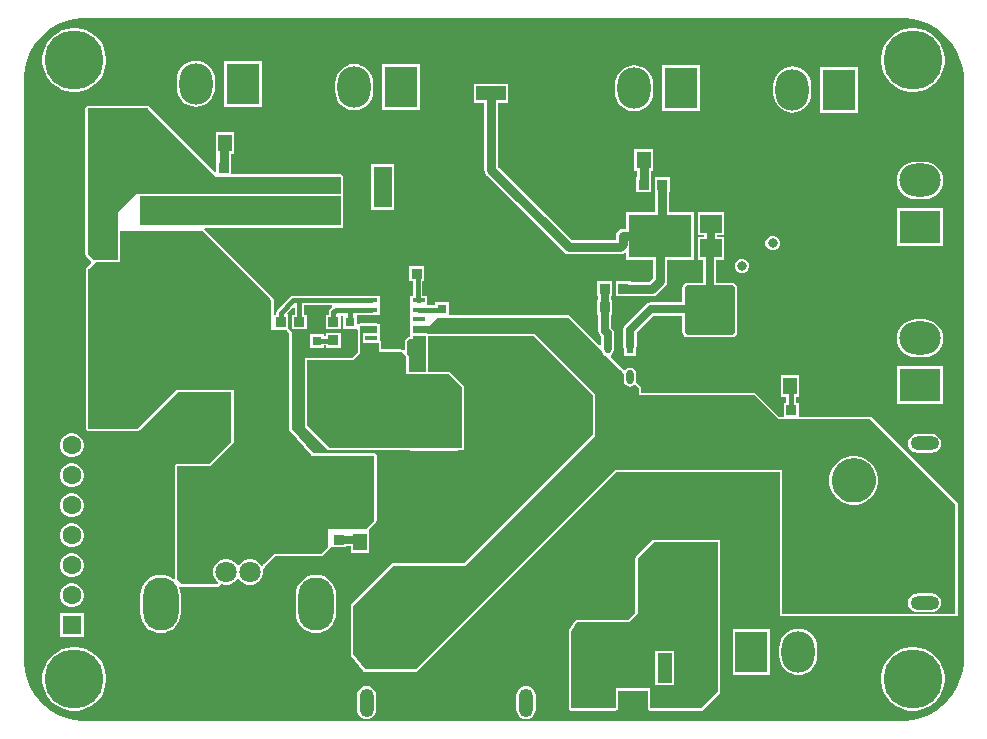
<source format=gbr>
%TF.GenerationSoftware,Altium Limited,Altium Designer,22.5.1 (42)*%
G04 Layer_Physical_Order=1*
G04 Layer_Color=255*
%FSLAX44Y44*%
%MOMM*%
%TF.SameCoordinates,01627914-4FCA-44A5-8146-F6A238B5A28C*%
%TF.FilePolarity,Positive*%
%TF.FileFunction,Copper,L1,Top,Signal*%
%TF.Part,Single*%
G01*
G75*
%TA.AperFunction,SMDPad,CuDef*%
%ADD10R,1.1600X1.4700*%
%ADD11R,1.0000X0.4000*%
%ADD12R,2.6000X3.0000*%
%ADD13R,1.0000X1.6000*%
%ADD14R,0.8000X0.8000*%
%ADD15R,0.8500X0.8500*%
%ADD16O,0.6000X1.2000*%
%ADD17R,0.6000X1.2000*%
%ADD18R,0.8500X0.8500*%
G04:AMPARAMS|DCode=19|XSize=4.2mm|YSize=4.2mm|CornerRadius=0.21mm|HoleSize=0mm|Usage=FLASHONLY|Rotation=270.000|XOffset=0mm|YOffset=0mm|HoleType=Round|Shape=RoundedRectangle|*
%AMROUNDEDRECTD19*
21,1,4.2000,3.7800,0,0,270.0*
21,1,3.7800,4.2000,0,0,270.0*
1,1,0.4200,-1.8900,-1.8900*
1,1,0.4200,-1.8900,1.8900*
1,1,0.4200,1.8900,1.8900*
1,1,0.4200,1.8900,-1.8900*
%
%ADD19ROUNDEDRECTD19*%
%ADD20R,1.8500X1.5000*%
%ADD21R,5.3500X3.6000*%
%ADD22R,1.5500X1.1000*%
%ADD23R,1.5500X1.1000*%
%ADD24R,1.5500X3.4500*%
%ADD25R,0.8000X0.8000*%
%ADD26R,1.6000X1.0000*%
%ADD27R,3.6000X5.3500*%
%ADD28R,1.5000X1.8500*%
%ADD29C,2.0000*%
%TA.AperFunction,Conductor*%
%ADD30C,0.3810*%
%ADD31C,0.8000*%
%ADD32C,0.7000*%
%TA.AperFunction,ComponentPad*%
%ADD33C,5.0000*%
G04:AMPARAMS|DCode=34|XSize=1.6mm|YSize=1.6mm|CornerRadius=0mm|HoleSize=0mm|Usage=FLASHONLY|Rotation=90.000|XOffset=0mm|YOffset=0mm|HoleType=Round|Shape=Octagon|*
%AMOCTAGOND34*
4,1,8,0.4000,0.8000,-0.4000,0.8000,-0.8000,0.4000,-0.8000,-0.4000,-0.4000,-0.8000,0.4000,-0.8000,0.8000,-0.4000,0.8000,0.4000,0.4000,0.8000,0.0*
%
%ADD34OCTAGOND34*%

%ADD35O,3.5000X2.8000*%
%ADD36R,3.5000X2.8000*%
%ADD37O,2.8000X3.5000*%
%ADD38R,2.8000X3.5000*%
%ADD39C,1.8000*%
%ADD40R,1.8000X1.8000*%
%ADD41O,3.0000X4.5000*%
%ADD42C,3.7160*%
%ADD43R,3.7160X3.7160*%
%ADD44O,1.2000X2.4000*%
%ADD45R,1.2000X2.5000*%
%ADD46R,2.5000X1.2000*%
%ADD47R,3.7160X3.7160*%
%ADD48O,2.4000X1.2000*%
%ADD49C,1.6000*%
%ADD50R,1.6000X1.6000*%
%TA.AperFunction,ViaPad*%
%ADD51C,0.8000*%
%ADD52C,1.2700*%
G36*
X355354Y297055D02*
X362060Y295258D01*
X368474Y292601D01*
X374487Y289130D01*
X379994Y284904D01*
X384904Y279994D01*
X389130Y274487D01*
X392601Y268474D01*
X395258Y262060D01*
X397055Y255354D01*
X397961Y248471D01*
Y245000D01*
X397961Y-245000D01*
X397961Y-248471D01*
X397055Y-255354D01*
X395258Y-262060D01*
X392601Y-268474D01*
X389130Y-274487D01*
X384904Y-279994D01*
X379994Y-284904D01*
X374487Y-289130D01*
X368474Y-292601D01*
X362060Y-295258D01*
X355354Y-297055D01*
X348471Y-297961D01*
X-348471D01*
X-355354Y-297055D01*
X-362060Y-295258D01*
X-368474Y-292601D01*
X-374487Y-289130D01*
X-379994Y-284904D01*
X-384904Y-279994D01*
X-389130Y-274487D01*
X-392601Y-268474D01*
X-395258Y-262060D01*
X-397055Y-255354D01*
X-397961Y-248471D01*
X-397961Y-245000D01*
Y245000D01*
X-397961Y248471D01*
X-397055Y255354D01*
X-395258Y262060D01*
X-392601Y268474D01*
X-389130Y274487D01*
X-384904Y279994D01*
X-379994Y284904D01*
X-374487Y289130D01*
X-368474Y292601D01*
X-362060Y295258D01*
X-355354Y297055D01*
X-348471Y297961D01*
X348471D01*
X355354Y297055D01*
D02*
G37*
%LPC*%
G36*
X357125Y289000D02*
X352875D01*
X348677Y288335D01*
X344636Y287022D01*
X340849Y285093D01*
X337411Y282595D01*
X334406Y279589D01*
X331908Y276151D01*
X329978Y272364D01*
X328665Y268323D01*
X328000Y264125D01*
Y259875D01*
X328665Y255678D01*
X329978Y251636D01*
X331908Y247849D01*
X334406Y244411D01*
X337411Y241406D01*
X340849Y238908D01*
X344636Y236978D01*
X348677Y235665D01*
X352875Y235000D01*
X357125D01*
X361323Y235665D01*
X365364Y236978D01*
X369151Y238908D01*
X372589Y241406D01*
X375594Y244411D01*
X378092Y247849D01*
X380022Y251636D01*
X381335Y255678D01*
X382000Y259875D01*
Y264125D01*
X381335Y268323D01*
X380022Y272364D01*
X378092Y276151D01*
X375594Y279589D01*
X372589Y282595D01*
X369151Y285093D01*
X365364Y287022D01*
X361323Y288335D01*
X357125Y289000D01*
D02*
G37*
G36*
X-352875D02*
X-357125D01*
X-361323Y288335D01*
X-365364Y287022D01*
X-369151Y285093D01*
X-372589Y282595D01*
X-375594Y279589D01*
X-378092Y276151D01*
X-380022Y272364D01*
X-381335Y268323D01*
X-382000Y264125D01*
Y259875D01*
X-381335Y255678D01*
X-380022Y251636D01*
X-378092Y247849D01*
X-375594Y244411D01*
X-372589Y241406D01*
X-369151Y238908D01*
X-365364Y236978D01*
X-361323Y235665D01*
X-357125Y235000D01*
X-352875D01*
X-348677Y235665D01*
X-344636Y236978D01*
X-340849Y238908D01*
X-337411Y241406D01*
X-334406Y244411D01*
X-331908Y247849D01*
X-329978Y251636D01*
X-328665Y255678D01*
X-328000Y259875D01*
Y264125D01*
X-328665Y268323D01*
X-329978Y272364D01*
X-331908Y276151D01*
X-334406Y279589D01*
X-337411Y282595D01*
X-340849Y285093D01*
X-344636Y287022D01*
X-348677Y288335D01*
X-352875Y289000D01*
D02*
G37*
G36*
X-196400Y261500D02*
X-228400D01*
Y222500D01*
X-196400D01*
Y261500D01*
D02*
G37*
G36*
X-252000Y261577D02*
X-255137Y261269D01*
X-258153Y260354D01*
X-260932Y258868D01*
X-263368Y256868D01*
X-265368Y254432D01*
X-266854Y251653D01*
X-267768Y248636D01*
X-268077Y245500D01*
Y238500D01*
X-267768Y235364D01*
X-266854Y232347D01*
X-265368Y229568D01*
X-263368Y227132D01*
X-260932Y225132D01*
X-258153Y223646D01*
X-255137Y222731D01*
X-252000Y222423D01*
X-248864Y222731D01*
X-245847Y223646D01*
X-243068Y225132D01*
X-240632Y227132D01*
X-238632Y229568D01*
X-237146Y232347D01*
X-236231Y235364D01*
X-235923Y238500D01*
Y245500D01*
X-236231Y248636D01*
X-237146Y251653D01*
X-238632Y254432D01*
X-240632Y256868D01*
X-243068Y258868D01*
X-245847Y260354D01*
X-248864Y261269D01*
X-252000Y261577D01*
D02*
G37*
G36*
X-62400Y258500D02*
X-94400D01*
Y219500D01*
X-62400D01*
Y258500D01*
D02*
G37*
G36*
X-118000Y258577D02*
X-121137Y258269D01*
X-124153Y257354D01*
X-126932Y255868D01*
X-129368Y253869D01*
X-131368Y251432D01*
X-132854Y248653D01*
X-133769Y245637D01*
X-134077Y242500D01*
Y235500D01*
X-133769Y232363D01*
X-132854Y229347D01*
X-131368Y226568D01*
X-129368Y224132D01*
X-126932Y222132D01*
X-124153Y220646D01*
X-121137Y219732D01*
X-118000Y219423D01*
X-114863Y219732D01*
X-111847Y220646D01*
X-109068Y222132D01*
X-106631Y224132D01*
X-104632Y226568D01*
X-103146Y229347D01*
X-102232Y232363D01*
X-101923Y235500D01*
Y242500D01*
X-102232Y245637D01*
X-103146Y248653D01*
X-104632Y251432D01*
X-106631Y253869D01*
X-109068Y255868D01*
X-111847Y257354D01*
X-114863Y258269D01*
X-118000Y258577D01*
D02*
G37*
G36*
X174600Y257500D02*
X142600D01*
Y218500D01*
X174600D01*
Y257500D01*
D02*
G37*
G36*
X119000Y257577D02*
X115863Y257269D01*
X112847Y256354D01*
X110068Y254868D01*
X107632Y252868D01*
X105632Y250432D01*
X104146Y247653D01*
X103231Y244636D01*
X102923Y241500D01*
Y234500D01*
X103231Y231364D01*
X104146Y228347D01*
X105632Y225568D01*
X107632Y223132D01*
X110068Y221132D01*
X112847Y219646D01*
X115863Y218731D01*
X119000Y218423D01*
X122136Y218731D01*
X125153Y219646D01*
X127932Y221132D01*
X130368Y223132D01*
X132368Y225568D01*
X133854Y228347D01*
X134768Y231364D01*
X135077Y234500D01*
Y241500D01*
X134768Y244636D01*
X133854Y247653D01*
X132368Y250432D01*
X130368Y252868D01*
X127932Y254868D01*
X125153Y256354D01*
X122136Y257269D01*
X119000Y257577D01*
D02*
G37*
G36*
X308600Y256500D02*
X276600D01*
Y217500D01*
X308600D01*
Y256500D01*
D02*
G37*
G36*
X253000Y256577D02*
X249863Y256269D01*
X246847Y255354D01*
X244068Y253868D01*
X241632Y251868D01*
X239632Y249432D01*
X238146Y246653D01*
X237232Y243636D01*
X236923Y240500D01*
Y233500D01*
X237232Y230364D01*
X238146Y227347D01*
X239632Y224568D01*
X241632Y222132D01*
X244068Y220132D01*
X246847Y218646D01*
X249863Y217731D01*
X253000Y217423D01*
X256136Y217731D01*
X259153Y218646D01*
X261932Y220132D01*
X264368Y222132D01*
X266368Y224568D01*
X267854Y227347D01*
X268769Y230364D01*
X269077Y233500D01*
Y240500D01*
X268769Y243636D01*
X267854Y246653D01*
X266368Y249432D01*
X264368Y251868D01*
X261932Y253868D01*
X259153Y255354D01*
X256136Y256269D01*
X253000Y256577D01*
D02*
G37*
G36*
X134900Y186850D02*
X119300D01*
Y168150D01*
X121132D01*
Y162750D01*
X121000D01*
Y150250D01*
X133500D01*
Y162750D01*
X133368D01*
Y168150D01*
X134900D01*
Y186850D01*
D02*
G37*
G36*
X364500Y176077D02*
X357500D01*
X354364Y175769D01*
X351347Y174854D01*
X348568Y173368D01*
X346132Y171369D01*
X344132Y168932D01*
X342646Y166153D01*
X341731Y163137D01*
X341423Y160000D01*
X341731Y156863D01*
X342646Y153847D01*
X344132Y151068D01*
X346132Y148632D01*
X348568Y146632D01*
X351347Y145146D01*
X354364Y144232D01*
X357500Y143923D01*
X364500D01*
X367636Y144232D01*
X370653Y145146D01*
X373432Y146632D01*
X375868Y148632D01*
X377868Y151068D01*
X379354Y153847D01*
X380269Y156863D01*
X380577Y160000D01*
X380269Y163137D01*
X379354Y166153D01*
X377868Y168932D01*
X375868Y171369D01*
X373432Y173368D01*
X370653Y174854D01*
X367636Y175769D01*
X364500Y176077D01*
D02*
G37*
G36*
X-84000Y173750D02*
X-103500D01*
Y135250D01*
X-84000D01*
Y173750D01*
D02*
G37*
G36*
X380500Y136400D02*
X341500D01*
Y104400D01*
X380500D01*
Y136400D01*
D02*
G37*
G36*
X237444Y113000D02*
X235056D01*
X232851Y112086D01*
X231163Y110399D01*
X230250Y108194D01*
Y105807D01*
X231163Y103601D01*
X232851Y101913D01*
X235056Y101000D01*
X237444D01*
X239649Y101913D01*
X241337Y103601D01*
X242250Y105807D01*
Y108194D01*
X241337Y110399D01*
X239649Y112086D01*
X237444Y113000D01*
D02*
G37*
G36*
X211444Y93750D02*
X209056D01*
X206851Y92837D01*
X205163Y91149D01*
X204250Y88944D01*
Y86557D01*
X205163Y84351D01*
X206851Y82663D01*
X209056Y81750D01*
X211444D01*
X213649Y82663D01*
X215337Y84351D01*
X216250Y86557D01*
Y88944D01*
X215337Y91149D01*
X213649Y92837D01*
X211444Y93750D01*
D02*
G37*
G36*
X12500Y242000D02*
X-16500D01*
Y226000D01*
X-8117D01*
Y169250D01*
X-7652Y166909D01*
X-6326Y164924D01*
X59424Y99174D01*
X61409Y97848D01*
X63750Y97382D01*
X107000D01*
X109341Y97848D01*
X110980Y98943D01*
X112250Y98446D01*
Y93000D01*
X134882D01*
Y77534D01*
X131716Y74367D01*
X116000D01*
Y74750D01*
X103500D01*
Y62250D01*
X109409D01*
X110000Y62133D01*
X134250D01*
X136591Y62598D01*
X138576Y63924D01*
X145326Y70674D01*
X146652Y72659D01*
X147118Y75000D01*
Y93000D01*
X169750D01*
Y133000D01*
X148868D01*
Y150250D01*
X149000D01*
Y162750D01*
X136500D01*
Y150250D01*
X136632D01*
Y133000D01*
X112250D01*
Y119136D01*
X109500D01*
X107159Y118670D01*
X105174Y117344D01*
X103848Y115359D01*
X103383Y113018D01*
Y109618D01*
X66284D01*
X4117Y171784D01*
Y226000D01*
X12500D01*
Y242000D01*
D02*
G37*
G36*
X-129500Y31000D02*
X-142000D01*
Y28482D01*
X-143750D01*
Y30250D01*
X-155750D01*
Y18250D01*
X-143750D01*
Y20519D01*
X-142000D01*
Y18500D01*
X-129500D01*
Y31000D01*
D02*
G37*
G36*
X195250Y133000D02*
X172750D01*
Y114000D01*
X178392D01*
Y112000D01*
X172750D01*
Y93000D01*
X177392D01*
Y73580D01*
X164100D01*
X162500Y73262D01*
X161144Y72356D01*
X160238Y71000D01*
X159920Y69400D01*
Y56858D01*
X133000D01*
X130854Y56431D01*
X129035Y55215D01*
X111535Y37715D01*
X110319Y35896D01*
X109892Y33750D01*
Y19500D01*
X110319Y17354D01*
X110500Y17083D01*
Y11500D01*
X120500D01*
Y17083D01*
X120681Y17354D01*
X121108Y19500D01*
Y31427D01*
X135323Y45642D01*
X159920D01*
Y31600D01*
X160238Y30000D01*
X161144Y28644D01*
X162500Y27738D01*
X164100Y27420D01*
X201900D01*
X203500Y27738D01*
X204856Y28644D01*
X205762Y30000D01*
X206080Y31600D01*
Y69400D01*
X205762Y71000D01*
X204856Y72356D01*
X203500Y73262D01*
X201900Y73580D01*
X188608D01*
Y93000D01*
X195250D01*
Y112000D01*
X189608D01*
Y114000D01*
X195250D01*
Y133000D01*
D02*
G37*
G36*
X364500Y42477D02*
X357500D01*
X354364Y42168D01*
X351347Y41254D01*
X348568Y39768D01*
X346132Y37768D01*
X344132Y35332D01*
X342646Y32552D01*
X341731Y29536D01*
X341423Y26400D01*
X341731Y23263D01*
X342646Y20247D01*
X344132Y17468D01*
X346132Y15031D01*
X348568Y13032D01*
X351347Y11546D01*
X354364Y10632D01*
X357500Y10323D01*
X364500D01*
X367636Y10632D01*
X370653Y11546D01*
X373432Y13032D01*
X375868Y15031D01*
X377868Y17468D01*
X379354Y20247D01*
X380269Y23263D01*
X380577Y26400D01*
X380269Y29536D01*
X379354Y32552D01*
X377868Y35332D01*
X375868Y37768D01*
X373432Y39768D01*
X370653Y41254D01*
X367636Y42168D01*
X364500Y42477D01*
D02*
G37*
G36*
X380500Y2800D02*
X341500D01*
Y-29200D01*
X380500D01*
Y2800D01*
D02*
G37*
G36*
X371000Y-54431D02*
X359000D01*
X356912Y-54706D01*
X354966Y-55512D01*
X353294Y-56794D01*
X352012Y-58465D01*
X351206Y-60412D01*
X350931Y-62500D01*
X351206Y-64588D01*
X352012Y-66535D01*
X353294Y-68206D01*
X354966Y-69488D01*
X356912Y-70294D01*
X359000Y-70569D01*
X371000D01*
X373088Y-70294D01*
X375034Y-69488D01*
X376706Y-68206D01*
X377988Y-66535D01*
X378794Y-64588D01*
X379069Y-62500D01*
X378794Y-60412D01*
X377988Y-58465D01*
X376706Y-56794D01*
X375034Y-55512D01*
X373088Y-54706D01*
X371000Y-54431D01*
D02*
G37*
G36*
X-355684Y-54200D02*
X-358317D01*
X-360860Y-54882D01*
X-363140Y-56198D01*
X-365002Y-58060D01*
X-366319Y-60340D01*
X-367000Y-62884D01*
Y-65517D01*
X-366319Y-68060D01*
X-365002Y-70340D01*
X-363140Y-72202D01*
X-360860Y-73519D01*
X-358317Y-74200D01*
X-355684D01*
X-353140Y-73519D01*
X-350860Y-72202D01*
X-348998Y-70340D01*
X-347682Y-68060D01*
X-347000Y-65517D01*
Y-62884D01*
X-347682Y-60340D01*
X-348998Y-58060D01*
X-350860Y-56198D01*
X-353140Y-54882D01*
X-355684Y-54200D01*
D02*
G37*
G36*
Y-79600D02*
X-358317D01*
X-360860Y-80281D01*
X-363140Y-81598D01*
X-365002Y-83460D01*
X-366319Y-85740D01*
X-367000Y-88284D01*
Y-90917D01*
X-366319Y-93460D01*
X-365002Y-95740D01*
X-363140Y-97602D01*
X-360860Y-98919D01*
X-358317Y-99600D01*
X-355684D01*
X-353140Y-98919D01*
X-350860Y-97602D01*
X-348998Y-95740D01*
X-347682Y-93460D01*
X-347000Y-90917D01*
Y-88284D01*
X-347682Y-85740D01*
X-348998Y-83460D01*
X-350860Y-81598D01*
X-353140Y-80281D01*
X-355684Y-79600D01*
D02*
G37*
G36*
X-355684Y-105000D02*
X-358316D01*
X-360860Y-105681D01*
X-363140Y-106998D01*
X-365002Y-108860D01*
X-366319Y-111140D01*
X-367000Y-113684D01*
Y-116316D01*
X-366319Y-118860D01*
X-365002Y-121140D01*
X-363140Y-123002D01*
X-360860Y-124319D01*
X-358316Y-125000D01*
X-355684D01*
X-353140Y-124319D01*
X-350860Y-123002D01*
X-348998Y-121140D01*
X-347682Y-118860D01*
X-347000Y-116316D01*
Y-113684D01*
X-347682Y-111140D01*
X-348998Y-108860D01*
X-350860Y-106998D01*
X-353140Y-105681D01*
X-355684Y-105000D01*
D02*
G37*
G36*
X-355684Y-130400D02*
X-358317D01*
X-360860Y-131081D01*
X-363140Y-132398D01*
X-365002Y-134260D01*
X-366319Y-136540D01*
X-367000Y-139083D01*
Y-141716D01*
X-366319Y-144260D01*
X-365002Y-146540D01*
X-363140Y-148402D01*
X-360860Y-149719D01*
X-358317Y-150400D01*
X-355684D01*
X-353140Y-149719D01*
X-350860Y-148402D01*
X-348998Y-146540D01*
X-347682Y-144260D01*
X-347000Y-141716D01*
Y-139083D01*
X-347682Y-136540D01*
X-348998Y-134260D01*
X-350860Y-132398D01*
X-353140Y-131081D01*
X-355684Y-130400D01*
D02*
G37*
G36*
Y-155800D02*
X-358317D01*
X-360860Y-156482D01*
X-363140Y-157798D01*
X-365002Y-159660D01*
X-366319Y-161940D01*
X-367000Y-164484D01*
Y-167117D01*
X-366319Y-169660D01*
X-365002Y-171940D01*
X-363140Y-173802D01*
X-360860Y-175119D01*
X-358317Y-175800D01*
X-355684D01*
X-353140Y-175119D01*
X-350860Y-173802D01*
X-348998Y-171940D01*
X-347682Y-169660D01*
X-347000Y-167117D01*
Y-164484D01*
X-347682Y-161940D01*
X-348998Y-159660D01*
X-350860Y-157798D01*
X-353140Y-156482D01*
X-355684Y-155800D01*
D02*
G37*
G36*
Y-181200D02*
X-358317D01*
X-360860Y-181882D01*
X-363140Y-183198D01*
X-365002Y-185060D01*
X-366319Y-187340D01*
X-367000Y-189883D01*
Y-192516D01*
X-366319Y-195060D01*
X-365002Y-197340D01*
X-363140Y-199202D01*
X-360860Y-200518D01*
X-358317Y-201200D01*
X-355684D01*
X-353140Y-200518D01*
X-350860Y-199202D01*
X-348998Y-197340D01*
X-347682Y-195060D01*
X-347000Y-192516D01*
Y-189883D01*
X-347682Y-187340D01*
X-348998Y-185060D01*
X-350860Y-183198D01*
X-353140Y-181882D01*
X-355684Y-181200D01*
D02*
G37*
G36*
X-292701Y223039D02*
X-343299D01*
X-343496Y223000D01*
X-343697D01*
X-343865Y222967D01*
X-343865D01*
X-344050Y222890D01*
X-344080Y222884D01*
X-344104Y222867D01*
X-344600Y222662D01*
X-345162Y222099D01*
X-345367Y221605D01*
X-345384Y221580D01*
X-345390Y221550D01*
X-345467Y221364D01*
Y221364D01*
X-345500Y221197D01*
Y220996D01*
X-345539Y220799D01*
Y97701D01*
X-345500Y97504D01*
Y97303D01*
X-345463Y97118D01*
X-345463Y97117D01*
Y97117D01*
X-345386Y96932D01*
X-345384Y96920D01*
X-345378Y96911D01*
X-345244Y96589D01*
X-345242Y96578D01*
X-345235Y96568D01*
X-345159Y96382D01*
X-345159Y96382D01*
X-345053Y96225D01*
X-344912Y96083D01*
X-344800Y95916D01*
X-340442Y91558D01*
X-340689Y90195D01*
X-344300Y86584D01*
X-344412Y86417D01*
X-344554Y86275D01*
X-344659Y86118D01*
X-344735Y85932D01*
X-344742Y85922D01*
X-344744Y85911D01*
X-344878Y85589D01*
X-344884Y85580D01*
X-344886Y85568D01*
X-344963Y85383D01*
X-345000Y85197D01*
Y84996D01*
X-345039Y84799D01*
Y-49799D01*
X-345000Y-49996D01*
Y-50197D01*
X-344967Y-50365D01*
Y-50365D01*
X-344890Y-50550D01*
X-344884Y-50580D01*
X-344867Y-50605D01*
X-344662Y-51100D01*
X-344100Y-51662D01*
X-343605Y-51867D01*
X-343580Y-51884D01*
X-343550Y-51890D01*
X-343364Y-51967D01*
X-343364D01*
X-343197Y-52000D01*
X-342996D01*
X-342799Y-52039D01*
X-301201D01*
X-301004Y-52000D01*
X-300803Y-52000D01*
X-300617Y-51963D01*
X-300432Y-51886D01*
X-300420Y-51884D01*
X-300411Y-51877D01*
X-300089Y-51744D01*
X-300078Y-51742D01*
X-300068Y-51736D01*
X-299882Y-51659D01*
X-299725Y-51554D01*
X-299583Y-51412D01*
X-299416Y-51300D01*
X-283357Y-35240D01*
X-283357Y-35240D01*
X-267155Y-19039D01*
X-222039D01*
Y-61155D01*
X-240845Y-79961D01*
X-267799D01*
X-267996Y-80000D01*
X-268197D01*
X-268365Y-80033D01*
X-268365D01*
X-268550Y-80110D01*
X-268580Y-80116D01*
X-268605Y-80133D01*
X-269100Y-80338D01*
X-269662Y-80900D01*
X-269867Y-81395D01*
X-269884Y-81420D01*
X-269890Y-81450D01*
X-269967Y-81636D01*
Y-81636D01*
X-270000Y-81803D01*
Y-82004D01*
X-270039Y-82201D01*
Y-177099D01*
X-271309Y-177700D01*
X-272410Y-176797D01*
X-275363Y-175218D01*
X-278567Y-174246D01*
X-281900Y-173918D01*
X-285233Y-174246D01*
X-288437Y-175218D01*
X-291390Y-176797D01*
X-293979Y-178921D01*
X-296103Y-181510D01*
X-297682Y-184463D01*
X-298654Y-187667D01*
X-298982Y-191000D01*
Y-206000D01*
X-298654Y-209333D01*
X-297682Y-212537D01*
X-296103Y-215490D01*
X-293979Y-218079D01*
X-291390Y-220203D01*
X-288437Y-221782D01*
X-285233Y-222754D01*
X-281900Y-223082D01*
X-278567Y-222754D01*
X-275363Y-221782D01*
X-272410Y-220203D01*
X-269821Y-218079D01*
X-267697Y-215490D01*
X-266118Y-212537D01*
X-265146Y-209333D01*
X-264818Y-206000D01*
Y-191000D01*
X-265146Y-187667D01*
X-266104Y-184511D01*
X-266032Y-184388D01*
X-265408Y-183843D01*
X-265096Y-183682D01*
X-264997Y-183722D01*
X-264830Y-183834D01*
X-264633Y-183873D01*
X-264448Y-183950D01*
X-264197Y-184000D01*
X-263996D01*
X-263799Y-184039D01*
X-233604D01*
X-233540Y-184027D01*
X-233476Y-184035D01*
X-233152Y-183949D01*
X-232823Y-183884D01*
X-232770Y-183848D01*
X-232707Y-183832D01*
X-232441Y-183628D01*
X-232162Y-183442D01*
X-232126Y-183388D01*
X-232075Y-183349D01*
X-231616Y-182829D01*
X-231522Y-182668D01*
X-231397Y-182530D01*
X-230850Y-182025D01*
X-230158Y-181803D01*
X-229848Y-181810D01*
X-227648Y-182400D01*
X-224752D01*
X-221954Y-181650D01*
X-219446Y-180202D01*
X-217398Y-178154D01*
X-216835Y-177179D01*
X-215565D01*
X-215002Y-178154D01*
X-212954Y-180202D01*
X-210446Y-181650D01*
X-207648Y-182400D01*
X-204752D01*
X-201954Y-181650D01*
X-199446Y-180202D01*
X-197398Y-178154D01*
X-195950Y-175646D01*
X-195200Y-172848D01*
Y-169952D01*
X-195493Y-168859D01*
X-194484Y-168220D01*
X-194369Y-168179D01*
X-194315Y-168169D01*
X-194232Y-168134D01*
X-194010Y-167986D01*
X-193770Y-167868D01*
X-193682Y-167767D01*
X-193570Y-167692D01*
X-193422Y-167470D01*
X-193246Y-167269D01*
X-193202Y-167142D01*
X-193128Y-167031D01*
X-193076Y-166769D01*
X-192990Y-166516D01*
X-192978Y-166426D01*
X-192985Y-166315D01*
X-192973Y-166250D01*
X-192976Y-166235D01*
X-192961Y-166160D01*
Y-165845D01*
X-192961Y-165845D01*
X-185155Y-158039D01*
X-146201D01*
X-146004Y-158000D01*
X-145803Y-158000D01*
X-145617Y-157963D01*
X-145432Y-157886D01*
X-145420Y-157884D01*
X-145411Y-157877D01*
X-145265Y-157817D01*
X-145089Y-157744D01*
X-145078Y-157742D01*
X-145068Y-157736D01*
X-144882Y-157659D01*
X-144725Y-157554D01*
X-144583Y-157412D01*
X-144416Y-157300D01*
X-138700Y-151584D01*
X-138588Y-151417D01*
X-138447Y-151275D01*
X-138305Y-151062D01*
X-138244Y-150916D01*
X-137250Y-150250D01*
X-124750D01*
Y-149608D01*
X-120700D01*
Y-155350D01*
X-105100D01*
Y-136650D01*
X-105100D01*
X-105496Y-135380D01*
X-99700Y-129584D01*
X-99588Y-129417D01*
X-99446Y-129275D01*
X-99341Y-129118D01*
X-99264Y-128932D01*
X-99258Y-128922D01*
X-99256Y-128911D01*
X-99122Y-128589D01*
X-99116Y-128580D01*
X-99114Y-128568D01*
X-99037Y-128383D01*
X-99000Y-128197D01*
Y-127996D01*
X-98961Y-127799D01*
Y-73201D01*
X-99000Y-73004D01*
Y-72803D01*
X-99033Y-72635D01*
Y-72635D01*
X-99110Y-72450D01*
X-99116Y-72421D01*
X-99133Y-72396D01*
X-99338Y-71900D01*
X-99901Y-71338D01*
X-100395Y-71133D01*
X-100420Y-71116D01*
X-100450Y-71110D01*
X-100636Y-71033D01*
X-100636D01*
X-100803Y-71000D01*
X-101004D01*
X-101201Y-70961D01*
X-153067D01*
X-165018Y-57122D01*
X-170961Y-50241D01*
Y30799D01*
X-171000Y30996D01*
Y31197D01*
X-171037Y31383D01*
X-171037Y31383D01*
Y31383D01*
X-171114Y31568D01*
X-171116Y31580D01*
X-171122Y31589D01*
X-171256Y31911D01*
X-171258Y31922D01*
X-171264Y31932D01*
X-171341Y32118D01*
X-171341Y32118D01*
X-171446Y32275D01*
X-171588Y32417D01*
X-171700Y32584D01*
X-173416Y34300D01*
X-173441Y34316D01*
X-173566Y34442D01*
X-173709Y34537D01*
X-173725Y34554D01*
X-173750Y34570D01*
Y46250D01*
X-174323D01*
X-174849Y47520D01*
X-169655Y52715D01*
X-168482Y52228D01*
Y46500D01*
X-170750D01*
Y34000D01*
X-158250D01*
Y46500D01*
X-160518D01*
Y54518D01*
X-136819D01*
X-136421Y53534D01*
X-136400Y53249D01*
X-138565Y51083D01*
X-139428Y49792D01*
X-139732Y48268D01*
Y46500D01*
X-142000D01*
Y34000D01*
X-129500D01*
Y45418D01*
X-128625Y45968D01*
X-127750Y45418D01*
Y34500D01*
X-116309D01*
X-115750Y34500D01*
X-115039Y33524D01*
Y14845D01*
X-119804Y10080D01*
X-151400D01*
X-151606Y10039D01*
X-158000D01*
X-158780Y9884D01*
X-159442Y9442D01*
X-159884Y8780D01*
X-160039Y8000D01*
Y-47000D01*
X-160039Y-47000D01*
X-159884Y-47780D01*
X-159442Y-48442D01*
X-139942Y-67942D01*
X-139280Y-68384D01*
X-138500Y-68539D01*
X-70500D01*
Y-69000D01*
X-30500D01*
Y-68539D01*
X-27000D01*
X-26220Y-68384D01*
X-25558Y-67942D01*
X-25116Y-67280D01*
X-24961Y-66500D01*
Y-15000D01*
X-24961Y-15000D01*
X-25116Y-14220D01*
X-25558Y-13558D01*
X-36558Y-2558D01*
X-37220Y-2116D01*
X-38000Y-1961D01*
X-55211D01*
Y22750D01*
Y27961D01*
X34155D01*
X83961Y-21845D01*
X83961Y-55155D01*
X-24845Y-163961D01*
X-85000D01*
X-85780Y-164116D01*
X-86442Y-164558D01*
X-86442Y-164558D01*
X-120442Y-198558D01*
X-120884Y-199220D01*
X-121039Y-200000D01*
Y-241000D01*
X-120987Y-241263D01*
X-120969Y-241530D01*
X-120910Y-241650D01*
X-120884Y-241780D01*
X-120735Y-242003D01*
X-120616Y-242243D01*
X-110616Y-255243D01*
X-110516Y-255331D01*
X-110442Y-255442D01*
X-110219Y-255591D01*
X-110017Y-255767D01*
X-109891Y-255810D01*
X-109780Y-255884D01*
X-109518Y-255936D01*
X-109264Y-256022D01*
X-109131Y-256013D01*
X-109000Y-256039D01*
X-66000D01*
X-65220Y-255884D01*
X-64558Y-255442D01*
X-64558Y-255442D01*
X104095Y-86789D01*
X242461D01*
Y-207000D01*
X242616Y-207780D01*
X243058Y-208442D01*
X243720Y-208884D01*
X244500Y-209039D01*
X391000D01*
X391780Y-208884D01*
X392442Y-208442D01*
X392884Y-207780D01*
X393039Y-207000D01*
Y-114000D01*
X393039Y-114000D01*
X392884Y-113220D01*
X392442Y-112558D01*
X320442Y-40558D01*
X319780Y-40116D01*
X319000Y-39961D01*
X258250D01*
Y-28000D01*
X255982D01*
Y-23350D01*
X258900D01*
Y-4650D01*
X243300D01*
Y-23350D01*
X248018D01*
Y-28000D01*
X245750D01*
Y-39961D01*
X241845D01*
X222442Y-20558D01*
X221780Y-20116D01*
X221000Y-19961D01*
X125039D01*
Y-16000D01*
X125039Y-16000D01*
X124884Y-15220D01*
X124442Y-14558D01*
X121457Y-11573D01*
X121373Y-11517D01*
X121309Y-11439D01*
X121045Y-11298D01*
X120795Y-11131D01*
X120562Y-10174D01*
X120542Y-9781D01*
X120598Y-9500D01*
Y-3500D01*
X120210Y-1549D01*
X119105Y105D01*
X117451Y1210D01*
X115500Y1598D01*
X113549Y1210D01*
X111895Y105D01*
X111604Y-331D01*
X110340Y-456D01*
X99151Y10733D01*
X99313Y12366D01*
X100105Y12895D01*
X101210Y14549D01*
X101598Y16500D01*
Y17230D01*
X101681Y17354D01*
X102108Y19500D01*
Y30500D01*
X101681Y32646D01*
X100465Y34465D01*
X99858Y35073D01*
Y46250D01*
X100500D01*
Y58750D01*
X99858D01*
Y62250D01*
X100500D01*
Y74750D01*
X88000D01*
Y62250D01*
X88642D01*
Y58750D01*
X88000D01*
Y46250D01*
X88642D01*
Y32750D01*
X89069Y30604D01*
X90285Y28785D01*
X90892Y28177D01*
Y20788D01*
X89622Y20262D01*
X64442Y45442D01*
X63780Y45884D01*
X63000Y46039D01*
X-37500D01*
Y57250D01*
X-49500D01*
Y54577D01*
X-56500D01*
Y62500D01*
X-60269D01*
Y75000D01*
X-58750D01*
Y87500D01*
X-71250D01*
Y75000D01*
X-68232D01*
Y62500D01*
X-70500D01*
Y54500D01*
X-70500D01*
X-70500Y53230D01*
Y47770D01*
X-70500Y46500D01*
X-70500D01*
Y46500D01*
X-70500D01*
Y37197D01*
X-70539Y37000D01*
Y30500D01*
X-70500Y30303D01*
Y28658D01*
X-70539Y28461D01*
Y28356D01*
X-71634Y27517D01*
X-71869Y27433D01*
X-72114Y27384D01*
X-72240Y27300D01*
X-72383Y27248D01*
X-72568Y27081D01*
X-72775Y26942D01*
X-72860Y26816D01*
X-72972Y26714D01*
X-74639Y24464D01*
X-74745Y24238D01*
X-74884Y24030D01*
X-74914Y23881D01*
X-74978Y23744D01*
X-74991Y23495D01*
X-75039Y23250D01*
Y16582D01*
X-76213Y16096D01*
X-76558Y16442D01*
X-77220Y16884D01*
X-78000Y17039D01*
X-94961D01*
Y22500D01*
X-95116Y23280D01*
X-95558Y23942D01*
X-96220Y24384D01*
X-96500Y24440D01*
Y30303D01*
X-96461Y30500D01*
Y37000D01*
X-96500Y37197D01*
Y38500D01*
X-97145D01*
X-97720Y38884D01*
X-98500Y39039D01*
X-113000D01*
X-113780Y38884D01*
X-114442Y38442D01*
X-114480Y38385D01*
X-115750Y38770D01*
Y46500D01*
X-114488Y46519D01*
X-110500D01*
Y46500D01*
X-96500D01*
Y53230D01*
X-96500Y54500D01*
X-96500Y55770D01*
Y62500D01*
X-110500D01*
Y62481D01*
X-169500D01*
X-171024Y62178D01*
X-172315Y61315D01*
X-182815Y50815D01*
X-183678Y49524D01*
X-183981Y48000D01*
Y46250D01*
X-185961D01*
Y58799D01*
X-186000Y58996D01*
Y59197D01*
X-186037Y59383D01*
X-186037Y59383D01*
Y59383D01*
X-186114Y59568D01*
X-186116Y59580D01*
X-186122Y59589D01*
X-186256Y59911D01*
X-186258Y59922D01*
X-186264Y59932D01*
X-186341Y60118D01*
X-186341Y60118D01*
X-186446Y60275D01*
X-186588Y60417D01*
X-186700Y60584D01*
X-244416Y118300D01*
X-244583Y118412D01*
X-244725Y118553D01*
X-244930Y118691D01*
X-245110Y118765D01*
X-244687Y119961D01*
X-129250D01*
X-128470Y120116D01*
X-127808Y120558D01*
X-127366Y121220D01*
X-127211Y122000D01*
Y146500D01*
X-127366Y147280D01*
X-127539Y147540D01*
X-127517Y147592D01*
X-127406Y147759D01*
X-127367Y147956D01*
X-127290Y148141D01*
X-127250Y148342D01*
Y148543D01*
X-127211Y148740D01*
Y162549D01*
X-127250Y162746D01*
X-127250Y162947D01*
X-127287Y163133D01*
X-127364Y163318D01*
X-127366Y163330D01*
X-127373Y163339D01*
X-127506Y163661D01*
X-127508Y163672D01*
X-127514Y163682D01*
X-127591Y163868D01*
X-127696Y164025D01*
X-127838Y164167D01*
X-127950Y164334D01*
X-128166Y164550D01*
X-128333Y164662D01*
X-128475Y164804D01*
X-128632Y164909D01*
X-128818Y164986D01*
X-128828Y164992D01*
X-128839Y164994D01*
X-129161Y165128D01*
X-129170Y165134D01*
X-129182Y165136D01*
X-129367Y165213D01*
X-129553Y165250D01*
X-129754D01*
X-129951Y165289D01*
X-222250D01*
Y176500D01*
X-222383D01*
Y182150D01*
X-219600D01*
Y200850D01*
X-235200D01*
Y182150D01*
X-234618D01*
Y176500D01*
X-234750D01*
Y167793D01*
X-235923Y167307D01*
X-290916Y222300D01*
X-291083Y222412D01*
X-291225Y222554D01*
X-291382Y222659D01*
X-291568Y222736D01*
X-291578Y222742D01*
X-291589Y222744D01*
X-291911Y222878D01*
X-291920Y222884D01*
X-291932Y222886D01*
X-292117Y222963D01*
X-292118D01*
X-292303Y223000D01*
X-292504D01*
X-292701Y223039D01*
D02*
G37*
G36*
X-150500Y-173918D02*
X-153833Y-174246D01*
X-157037Y-175218D01*
X-159990Y-176797D01*
X-162579Y-178921D01*
X-164703Y-181510D01*
X-166282Y-184463D01*
X-167254Y-187667D01*
X-167582Y-191000D01*
Y-206000D01*
X-167254Y-209333D01*
X-166282Y-212537D01*
X-164703Y-215490D01*
X-162579Y-218079D01*
X-159990Y-220203D01*
X-157037Y-221782D01*
X-153833Y-222754D01*
X-150500Y-223082D01*
X-147167Y-222754D01*
X-143963Y-221782D01*
X-141010Y-220203D01*
X-138421Y-218079D01*
X-136297Y-215490D01*
X-134718Y-212537D01*
X-133746Y-209333D01*
X-133418Y-206000D01*
Y-191000D01*
X-133746Y-187667D01*
X-134718Y-184463D01*
X-136297Y-181510D01*
X-138421Y-178921D01*
X-141010Y-176797D01*
X-143963Y-175218D01*
X-147167Y-174246D01*
X-150500Y-173918D01*
D02*
G37*
G36*
X-347000Y-206600D02*
X-367000D01*
Y-226600D01*
X-347000D01*
Y-206600D01*
D02*
G37*
G36*
X234400Y-219500D02*
X202400D01*
Y-258500D01*
X234400D01*
Y-219500D01*
D02*
G37*
G36*
X258000Y-219423D02*
X254863Y-219732D01*
X251847Y-220646D01*
X249068Y-222132D01*
X246632Y-224132D01*
X244632Y-226568D01*
X243146Y-229347D01*
X242232Y-232363D01*
X241923Y-235500D01*
Y-242500D01*
X242232Y-245637D01*
X243146Y-248653D01*
X244632Y-251432D01*
X246632Y-253869D01*
X249068Y-255868D01*
X251847Y-257354D01*
X254863Y-258269D01*
X258000Y-258577D01*
X261136Y-258269D01*
X264153Y-257354D01*
X266932Y-255868D01*
X269368Y-253869D01*
X271368Y-251432D01*
X272854Y-248653D01*
X273769Y-245637D01*
X274077Y-242500D01*
Y-235500D01*
X273769Y-232363D01*
X272854Y-229347D01*
X271368Y-226568D01*
X269368Y-224132D01*
X266932Y-222132D01*
X264153Y-220646D01*
X261136Y-219732D01*
X258000Y-219423D01*
D02*
G37*
G36*
X357125Y-235000D02*
X352875D01*
X348677Y-235665D01*
X344636Y-236978D01*
X340849Y-238908D01*
X337411Y-241406D01*
X334406Y-244411D01*
X331908Y-247849D01*
X329978Y-251636D01*
X328665Y-255678D01*
X328000Y-259875D01*
Y-264125D01*
X328665Y-268323D01*
X329978Y-272364D01*
X331908Y-276151D01*
X334406Y-279589D01*
X337411Y-282595D01*
X340849Y-285093D01*
X344636Y-287022D01*
X348677Y-288335D01*
X352875Y-289000D01*
X357125D01*
X361323Y-288335D01*
X365364Y-287022D01*
X369151Y-285093D01*
X372589Y-282595D01*
X375594Y-279589D01*
X378092Y-276151D01*
X380022Y-272364D01*
X381335Y-268323D01*
X382000Y-264125D01*
Y-259875D01*
X381335Y-255678D01*
X380022Y-251636D01*
X378092Y-247849D01*
X375594Y-244411D01*
X372589Y-241406D01*
X369151Y-238908D01*
X365364Y-236978D01*
X361323Y-235665D01*
X357125Y-235000D01*
D02*
G37*
G36*
X-352875D02*
X-357125D01*
X-361323Y-235665D01*
X-365364Y-236978D01*
X-369151Y-238908D01*
X-372589Y-241406D01*
X-375594Y-244411D01*
X-378092Y-247849D01*
X-380022Y-251636D01*
X-381335Y-255678D01*
X-382000Y-259875D01*
Y-264125D01*
X-381335Y-268323D01*
X-380022Y-272364D01*
X-378092Y-276151D01*
X-375594Y-279589D01*
X-372589Y-282595D01*
X-369151Y-285093D01*
X-365364Y-287022D01*
X-361323Y-288335D01*
X-357125Y-289000D01*
X-352875D01*
X-348677Y-288335D01*
X-344636Y-287022D01*
X-340849Y-285093D01*
X-337411Y-282595D01*
X-334406Y-279589D01*
X-331908Y-276151D01*
X-329978Y-272364D01*
X-328665Y-268323D01*
X-328000Y-264125D01*
Y-259875D01*
X-328665Y-255678D01*
X-329978Y-251636D01*
X-331908Y-247849D01*
X-334406Y-244411D01*
X-337411Y-241406D01*
X-340849Y-238908D01*
X-344636Y-236978D01*
X-348677Y-235665D01*
X-352875Y-235000D01*
D02*
G37*
G36*
X190000Y-143961D02*
X136000D01*
X135220Y-144116D01*
X134558Y-144558D01*
X120558Y-158558D01*
X120116Y-159220D01*
X119961Y-160000D01*
Y-206155D01*
X114155Y-211961D01*
X71000D01*
X70773Y-212006D01*
X70542Y-212013D01*
X70386Y-212083D01*
X70220Y-212116D01*
X70027Y-212245D01*
X69816Y-212340D01*
X69700Y-212464D01*
X69558Y-212558D01*
X69429Y-212751D01*
X69271Y-212919D01*
X64271Y-220919D01*
X64211Y-221078D01*
X64116Y-221220D01*
X64071Y-221447D01*
X63989Y-221663D01*
X63994Y-221833D01*
X63961Y-222000D01*
Y-287000D01*
X64116Y-287780D01*
X64558Y-288442D01*
X65220Y-288884D01*
X66000Y-289039D01*
X102848D01*
X103056Y-288998D01*
X103269Y-288995D01*
X103443Y-288921D01*
X103629Y-288884D01*
X103805Y-288766D01*
X104001Y-288682D01*
X104133Y-288547D01*
X104290Y-288442D01*
X104408Y-288265D01*
X104557Y-288113D01*
X105208Y-287113D01*
X105279Y-286938D01*
X105384Y-286780D01*
X105425Y-286572D01*
X105504Y-286375D01*
X105502Y-286186D01*
X105539Y-286000D01*
X105539Y-285730D01*
X105539Y-285730D01*
X105539Y-285730D01*
Y-272039D01*
X130461D01*
Y-285730D01*
X130461Y-285730D01*
X130461Y-285730D01*
X130461Y-286000D01*
X130498Y-286186D01*
X130496Y-286375D01*
X130575Y-286572D01*
X130616Y-286780D01*
X130721Y-286938D01*
X130792Y-287113D01*
X131443Y-288113D01*
X131592Y-288265D01*
X131710Y-288442D01*
X131867Y-288547D01*
X132000Y-288682D01*
X132195Y-288766D01*
X132371Y-288884D01*
X132557Y-288921D01*
X132731Y-288995D01*
X132943Y-288998D01*
X133152Y-289039D01*
X176000D01*
X176000Y-289039D01*
X176780Y-288884D01*
X177442Y-288442D01*
X177442Y-288442D01*
X191442Y-274442D01*
X191884Y-273780D01*
X192039Y-273000D01*
Y-146000D01*
X191884Y-145220D01*
X191442Y-144558D01*
X190780Y-144116D01*
X190000Y-143961D01*
D02*
G37*
G36*
X27500Y-267931D02*
X25412Y-268206D01*
X23465Y-269012D01*
X21794Y-270294D01*
X20512Y-271966D01*
X19706Y-273912D01*
X19431Y-276000D01*
Y-288000D01*
X19706Y-290088D01*
X20512Y-292034D01*
X21794Y-293706D01*
X23465Y-294988D01*
X25412Y-295794D01*
X27500Y-296069D01*
X29588Y-295794D01*
X31535Y-294988D01*
X33206Y-293706D01*
X34488Y-292034D01*
X35294Y-290088D01*
X35569Y-288000D01*
Y-276000D01*
X35294Y-273912D01*
X34488Y-271966D01*
X33206Y-270294D01*
X31535Y-269012D01*
X29588Y-268206D01*
X27500Y-267931D01*
D02*
G37*
G36*
X-107500D02*
X-109588Y-268206D01*
X-111535Y-269012D01*
X-113206Y-270294D01*
X-114488Y-271966D01*
X-115294Y-273912D01*
X-115569Y-276000D01*
Y-288000D01*
X-115294Y-290088D01*
X-114488Y-292034D01*
X-113206Y-293706D01*
X-111535Y-294988D01*
X-109588Y-295794D01*
X-107500Y-296069D01*
X-105412Y-295794D01*
X-103465Y-294988D01*
X-101794Y-293706D01*
X-100512Y-292034D01*
X-99706Y-290088D01*
X-99431Y-288000D01*
Y-276000D01*
X-99706Y-273912D01*
X-100512Y-271966D01*
X-101794Y-270294D01*
X-103465Y-269012D01*
X-105412Y-268206D01*
X-107500Y-267931D01*
D02*
G37*
%LPD*%
G36*
X-129250Y122000D02*
X-299750D01*
Y146500D01*
X-129250D01*
Y122000D01*
D02*
G37*
G36*
X-292515Y220963D02*
X-292358Y220858D01*
X-234750Y163250D01*
X-129951D01*
X-129765Y163213D01*
X-129608Y163108D01*
X-129392Y162892D01*
X-129287Y162735D01*
X-129250Y162549D01*
Y148740D01*
X-129290Y148539D01*
X-299750D01*
X-299947Y148500D01*
X-302500D01*
X-318000Y133000D01*
Y117197D01*
X-318039Y117000D01*
Y93039D01*
X-337000D01*
X-337000Y93039D01*
X-337197Y93000D01*
X-339000D01*
X-343358Y97358D01*
X-343463Y97515D01*
X-343500Y97701D01*
Y220799D01*
X-343467Y220967D01*
X-343299Y221000D01*
X-292701D01*
X-292515Y220963D01*
D02*
G37*
G36*
X-57280Y28116D02*
X-57250Y28110D01*
Y22750D01*
Y-1961D01*
X-71961D01*
Y11000D01*
X-72116Y11780D01*
X-72558Y12442D01*
X-72558Y12442D01*
X-73000Y12884D01*
Y23250D01*
X-71333Y25500D01*
X-68500D01*
Y28461D01*
X-57796D01*
X-57280Y28116D01*
D02*
G37*
G36*
X-98500Y30500D02*
X-110500D01*
Y22500D01*
X-97000D01*
Y15000D01*
X-78000D01*
X-74000Y11000D01*
Y-4000D01*
X-38000D01*
X-27000Y-15000D01*
Y-66500D01*
X-138500D01*
X-158000Y-47000D01*
Y8000D01*
X-119000D01*
X-113000Y14000D01*
Y37000D01*
X-98500D01*
Y30500D01*
D02*
G37*
G36*
X-246063Y116995D02*
X-245858Y116858D01*
X-188142Y59142D01*
X-188037Y58985D01*
X-188000Y58799D01*
Y46250D01*
Y33000D01*
X-175008D01*
X-174883Y32875D01*
X-174858Y32858D01*
X-173142Y31142D01*
X-173037Y30985D01*
X-173000Y30799D01*
Y-51000D01*
X-166561Y-58455D01*
X-154610Y-72294D01*
X-154610Y-72294D01*
X-154000Y-73000D01*
X-101201D01*
X-101033Y-73033D01*
X-101000Y-73201D01*
Y-127799D01*
X-101037Y-127985D01*
X-101142Y-128142D01*
X-108000Y-135000D01*
X-140000D01*
Y-149930D01*
X-140142Y-150142D01*
X-145858Y-155858D01*
X-146015Y-155963D01*
X-146201Y-156000D01*
X-186000D01*
X-190500Y-160500D01*
X-194403Y-164403D01*
X-194403Y-164403D01*
X-195000Y-165000D01*
Y-166160D01*
X-195012Y-166250D01*
X-195095Y-166285D01*
X-196110Y-166556D01*
X-196254Y-166627D01*
X-197398Y-164646D01*
X-199446Y-162598D01*
X-201954Y-161150D01*
X-204752Y-160400D01*
X-207648D01*
X-210446Y-161150D01*
X-212954Y-162598D01*
X-215002Y-164646D01*
X-215565Y-165621D01*
X-216835D01*
X-217398Y-164646D01*
X-219446Y-162598D01*
X-221954Y-161150D01*
X-224752Y-160400D01*
X-227648D01*
X-230446Y-161150D01*
X-232954Y-162598D01*
X-235002Y-164646D01*
X-236450Y-167154D01*
X-237200Y-169952D01*
Y-172848D01*
X-236450Y-175646D01*
X-235002Y-178154D01*
X-232954Y-180202D01*
X-233145Y-181480D01*
X-233604Y-182000D01*
X-263799D01*
X-264050Y-181950D01*
X-268000Y-178000D01*
Y-82201D01*
X-267967Y-82033D01*
X-267799Y-82000D01*
X-240000D01*
X-220000Y-62000D01*
Y-17000D01*
X-268000D01*
X-284799Y-33799D01*
X-300858Y-49858D01*
X-301015Y-49963D01*
X-301201Y-50000D01*
X-342799D01*
X-342967Y-49967D01*
X-343000Y-49799D01*
Y84799D01*
X-342963Y84985D01*
X-342858Y85142D01*
X-337000Y91000D01*
X-316000D01*
Y117000D01*
X-246068D01*
X-246063Y116995D01*
D02*
G37*
G36*
X91626Y15374D02*
X91790Y14549D01*
X92895Y12895D01*
X94549Y11790D01*
X95374Y11626D01*
X110418Y-3418D01*
X110402Y-3500D01*
Y-9500D01*
X110790Y-11451D01*
X111895Y-13105D01*
X113549Y-14210D01*
X115500Y-14598D01*
X117451Y-14210D01*
X119105Y-13105D01*
X120015Y-13015D01*
X123000Y-16000D01*
Y-22000D01*
X221000D01*
X241000Y-42000D01*
X319000D01*
X391000Y-114000D01*
Y-207000D01*
X244500D01*
Y-84750D01*
X103250D01*
X-66000Y-254000D01*
X-109000D01*
X-119000Y-241000D01*
Y-200000D01*
X-85000Y-166000D01*
X-24000D01*
X86000Y-56000D01*
X86000Y-21000D01*
X35000Y30000D01*
X-56500D01*
Y30500D01*
X-68500D01*
Y37000D01*
X-55000D01*
X-48000Y44000D01*
X63000D01*
X91626Y15374D01*
D02*
G37*
%LPC*%
G36*
X307027Y-73420D02*
X302973D01*
X298997Y-74211D01*
X295252Y-75762D01*
X291881Y-78014D01*
X289014Y-80881D01*
X286762Y-84252D01*
X285211Y-87997D01*
X284420Y-91973D01*
Y-96027D01*
X285211Y-100003D01*
X286762Y-103748D01*
X289014Y-107119D01*
X291881Y-109986D01*
X295252Y-112238D01*
X298997Y-113789D01*
X302973Y-114580D01*
X307027D01*
X311003Y-113789D01*
X314748Y-112238D01*
X318119Y-109986D01*
X320985Y-107119D01*
X323238Y-103748D01*
X324789Y-100003D01*
X325580Y-96027D01*
Y-91973D01*
X324789Y-87997D01*
X323238Y-84252D01*
X320985Y-80881D01*
X318119Y-78014D01*
X314748Y-75762D01*
X311003Y-74211D01*
X307027Y-73420D01*
D02*
G37*
G36*
X371000Y-189431D02*
X359000D01*
X356912Y-189706D01*
X354966Y-190512D01*
X353294Y-191794D01*
X352012Y-193465D01*
X351206Y-195412D01*
X350931Y-197500D01*
X351206Y-199588D01*
X352012Y-201535D01*
X353294Y-203206D01*
X354966Y-204488D01*
X356912Y-205294D01*
X359000Y-205569D01*
X371000D01*
X373088Y-205294D01*
X375034Y-204488D01*
X376706Y-203206D01*
X377988Y-201535D01*
X378794Y-199588D01*
X379069Y-197500D01*
X378794Y-195412D01*
X377988Y-193465D01*
X376706Y-191794D01*
X375034Y-190512D01*
X373088Y-189706D01*
X371000Y-189431D01*
D02*
G37*
%LPD*%
G36*
X310408Y-76172D02*
X313782Y-77569D01*
X316819Y-79598D01*
X319402Y-82181D01*
X321431Y-85218D01*
X322828Y-88592D01*
X323541Y-92174D01*
Y-95826D01*
X322828Y-99408D01*
X321431Y-102782D01*
X319401Y-105819D01*
X316819Y-108402D01*
X313782Y-110431D01*
X310408Y-111828D01*
X306826Y-112541D01*
X303174D01*
X299592Y-111828D01*
X296218Y-110431D01*
X293181Y-108401D01*
X290598Y-105819D01*
X288569Y-102782D01*
X287172Y-99408D01*
X286459Y-95826D01*
Y-92174D01*
X287172Y-88592D01*
X288569Y-85218D01*
X290599Y-82181D01*
X293181Y-79598D01*
X296218Y-77569D01*
X299592Y-76172D01*
X303174Y-75459D01*
X306826D01*
X310408Y-76172D01*
D02*
G37*
G36*
X190000Y-273000D02*
X176000Y-287000D01*
X133152D01*
X132500Y-286000D01*
X132500Y-285730D01*
Y-270000D01*
X103500D01*
Y-285730D01*
X103500Y-286000D01*
X102848Y-287000D01*
X66000D01*
Y-222000D01*
X71000Y-214000D01*
X115000D01*
X122000Y-207000D01*
Y-160000D01*
X136000Y-146000D01*
X190000D01*
Y-273000D01*
D02*
G37*
%LPC*%
G36*
X153000Y-238500D02*
X137000D01*
Y-267500D01*
X153000D01*
Y-238500D01*
D02*
G37*
%LPD*%
G36*
X150961Y-265461D02*
X139039D01*
Y-240539D01*
X150961D01*
Y-265461D01*
D02*
G37*
D10*
X-209600Y191500D02*
D03*
X-227400D02*
D03*
X251100Y-14000D02*
D03*
X268900D02*
D03*
X144900Y177500D02*
D03*
X127100D02*
D03*
X-95100Y-146000D02*
D03*
X-112900D02*
D03*
D11*
X-63500Y26500D02*
D03*
Y34500D02*
D03*
Y42500D02*
D03*
Y50500D02*
D03*
Y58500D02*
D03*
X-103500D02*
D03*
Y50500D02*
D03*
Y42500D02*
D03*
Y34500D02*
D03*
Y26500D02*
D03*
D12*
X-83500Y42500D02*
D03*
D13*
X257250Y-196000D02*
D03*
X227250D02*
D03*
X256000Y-140000D02*
D03*
X226000D02*
D03*
X255500Y-115500D02*
D03*
X225500D02*
D03*
X-236250Y-56250D02*
D03*
X-206250D02*
D03*
X-235750Y-29750D02*
D03*
X-205750D02*
D03*
D14*
X254500Y-91500D02*
D03*
X238500D02*
D03*
X96000Y-27500D02*
D03*
X80000D02*
D03*
X-82250Y7750D02*
D03*
X-66250D02*
D03*
X-280000Y-142250D02*
D03*
X-264000D02*
D03*
D15*
X252000Y-49750D02*
D03*
Y-34250D02*
D03*
X-228500Y170250D02*
D03*
Y154750D02*
D03*
X-135750Y24750D02*
D03*
Y40250D02*
D03*
X-164500Y24750D02*
D03*
Y40250D02*
D03*
X-180000Y24500D02*
D03*
Y40000D02*
D03*
D16*
X106000Y19500D02*
D03*
X96500D02*
D03*
X115500Y-6500D02*
D03*
X106000D02*
D03*
X96500D02*
D03*
D17*
X115500Y19500D02*
D03*
D18*
X94250Y52500D02*
D03*
X109750D02*
D03*
Y68500D02*
D03*
X94250D02*
D03*
X127250Y156500D02*
D03*
X142750D02*
D03*
X-80500Y81250D02*
D03*
X-65000D02*
D03*
X-131000Y-144000D02*
D03*
X-146500D02*
D03*
D19*
X183000Y-43500D02*
D03*
Y50500D02*
D03*
X-132500Y-13000D02*
D03*
Y-107000D02*
D03*
D20*
X184000Y102500D02*
D03*
Y123500D02*
D03*
D21*
X141000Y113000D02*
D03*
D22*
X-161250Y154500D02*
D03*
Y131500D02*
D03*
D23*
Y177500D02*
D03*
D24*
X-93750Y154500D02*
D03*
D25*
X-188500D02*
D03*
Y170500D02*
D03*
X-209500Y154500D02*
D03*
Y170500D02*
D03*
X-187500Y131500D02*
D03*
Y115500D02*
D03*
X-209500Y131500D02*
D03*
Y115500D02*
D03*
X98000Y119500D02*
D03*
Y103500D02*
D03*
X-149750Y24250D02*
D03*
Y40250D02*
D03*
X-121750Y40500D02*
D03*
Y24500D02*
D03*
X-43500Y51250D02*
D03*
Y67250D02*
D03*
D26*
X-42000Y5000D02*
D03*
Y35000D02*
D03*
D27*
X-50500Y-40250D02*
D03*
D28*
X-40000Y-83250D02*
D03*
X-61000D02*
D03*
D29*
X101000Y-198000D02*
D03*
Y-168000D02*
D03*
X144000Y-198000D02*
D03*
Y-168000D02*
D03*
D30*
X252000Y-34250D02*
Y-14900D01*
X251100Y-14000D02*
X252000Y-14900D01*
X127100Y177500D02*
X127250Y177350D01*
X-228500Y190400D02*
X-227400Y191500D01*
X-149750Y24250D02*
X-149500Y24500D01*
X-136000D02*
X-135750Y24750D01*
X-149500Y24500D02*
X-136000D01*
X-163750Y58500D02*
X-103500D01*
X-169500D02*
X-163750D01*
X-164500Y40250D02*
Y57750D01*
X-163750Y58500D01*
X-180000Y48000D02*
X-169500Y58500D01*
X-180000Y40000D02*
Y48000D01*
X-121000Y50500D02*
X-103500D01*
X-133518D02*
X-121000D01*
X-121750Y49750D02*
X-121000Y50500D01*
X-121750Y40500D02*
Y49750D01*
X-135750Y40250D02*
X-135750Y40250D01*
X-135750Y40250D02*
Y48268D01*
X-133518Y50500D01*
X-65000Y81250D02*
X-64250Y80500D01*
X-64155Y58500D02*
X-63500D01*
X-64250Y58595D02*
X-64155Y58500D01*
X-64250Y58595D02*
Y80500D01*
X-63500Y50500D02*
X-63405Y50595D01*
X-44155D01*
X-43500Y51250D01*
D31*
X127250Y156500D02*
Y177350D01*
X63750Y103500D02*
X107000D01*
X-2000Y169250D02*
X63750Y103500D01*
X109750Y68500D02*
X110000Y68250D01*
X134250D01*
X141000Y75000D02*
Y113000D01*
X134250Y68250D02*
X141000Y75000D01*
X109500Y113018D02*
X140982D01*
X109500Y106000D02*
Y113018D01*
X140982D02*
X141000Y113000D01*
X107000Y103500D02*
X109500Y106000D01*
X141000Y113000D02*
X142750Y114750D01*
Y156500D01*
X-2000Y169250D02*
Y234000D01*
X-228500Y170250D02*
Y190400D01*
D32*
X182250Y51250D02*
X183000Y50500D01*
X133000Y51250D02*
X182250D01*
X94250Y52500D02*
Y68500D01*
Y32750D02*
Y52500D01*
X96500Y19500D02*
Y30500D01*
X94250Y32750D02*
X96500Y30500D01*
X115500Y19500D02*
Y33750D01*
X133000Y51250D01*
X183000Y101500D02*
X184000Y102500D01*
X183000Y50500D02*
Y101500D01*
X184000Y102500D02*
Y123500D01*
X-131000Y-144000D02*
X-114900D01*
X-112900Y-146000D01*
D33*
X355000Y-262000D02*
D03*
X-355000Y262000D02*
D03*
Y-262000D02*
D03*
X355000Y262000D02*
D03*
D34*
X-270000Y106300D02*
D03*
Y131700D02*
D03*
D35*
X361000Y160000D02*
D03*
Y199600D02*
D03*
Y66000D02*
D03*
Y26400D02*
D03*
D36*
Y120400D02*
D03*
Y-13200D02*
D03*
D37*
X119000Y238000D02*
D03*
X79400D02*
D03*
X213400Y237000D02*
D03*
X253000D02*
D03*
X258000Y-239000D02*
D03*
X297600D02*
D03*
X-291600Y242000D02*
D03*
X-252000D02*
D03*
X-118000Y239000D02*
D03*
X-157600D02*
D03*
D38*
X158600Y238000D02*
D03*
X292600Y237000D02*
D03*
X218400Y-239000D02*
D03*
X-212400Y242000D02*
D03*
X-78400Y239000D02*
D03*
D39*
X-206200Y-171400D02*
D03*
X-181200Y-171400D02*
D03*
X-226200Y-171400D02*
D03*
D40*
X-251200D02*
D03*
D41*
X-281900Y-198500D02*
D03*
X-150500D02*
D03*
D42*
X-4000Y-222000D02*
D03*
X305000Y-94000D02*
D03*
D43*
X-76000Y-222000D02*
D03*
D44*
X27500Y-282000D02*
D03*
X-107500D02*
D03*
D45*
X145000Y-253000D02*
D03*
X-29000Y259000D02*
D03*
D46*
X118000Y-278000D02*
D03*
Y-228000D02*
D03*
X-2000Y284000D02*
D03*
Y234000D02*
D03*
D47*
X305000Y-166000D02*
D03*
D48*
X365000Y-62500D02*
D03*
Y-197500D02*
D03*
D49*
X-357000Y-89600D02*
D03*
Y-140400D02*
D03*
Y-191200D02*
D03*
Y-165800D02*
D03*
X-357000Y-115000D02*
D03*
X-357000Y-64200D02*
D03*
X-357700Y70800D02*
D03*
X-332300D02*
D03*
X-357700Y20000D02*
D03*
X-332300D02*
D03*
X-357700Y-30800D02*
D03*
Y-5400D02*
D03*
X-332300D02*
D03*
Y45400D02*
D03*
X-357700D02*
D03*
X-357400Y181000D02*
D03*
X-332000D02*
D03*
Y130200D02*
D03*
X-357400D02*
D03*
Y104800D02*
D03*
X-332000Y155600D02*
D03*
X-357400D02*
D03*
X-332000Y206400D02*
D03*
X-357400D02*
D03*
D50*
X-357000Y-216600D02*
D03*
X-332300Y-30800D02*
D03*
X-332000Y104800D02*
D03*
D51*
X210250Y87750D02*
D03*
X236250Y107000D02*
D03*
D52*
X-76292Y-146833D02*
D03*
%TF.MD5,74a89a33089fb17e4600b2ddadfa08a8*%
M02*

</source>
